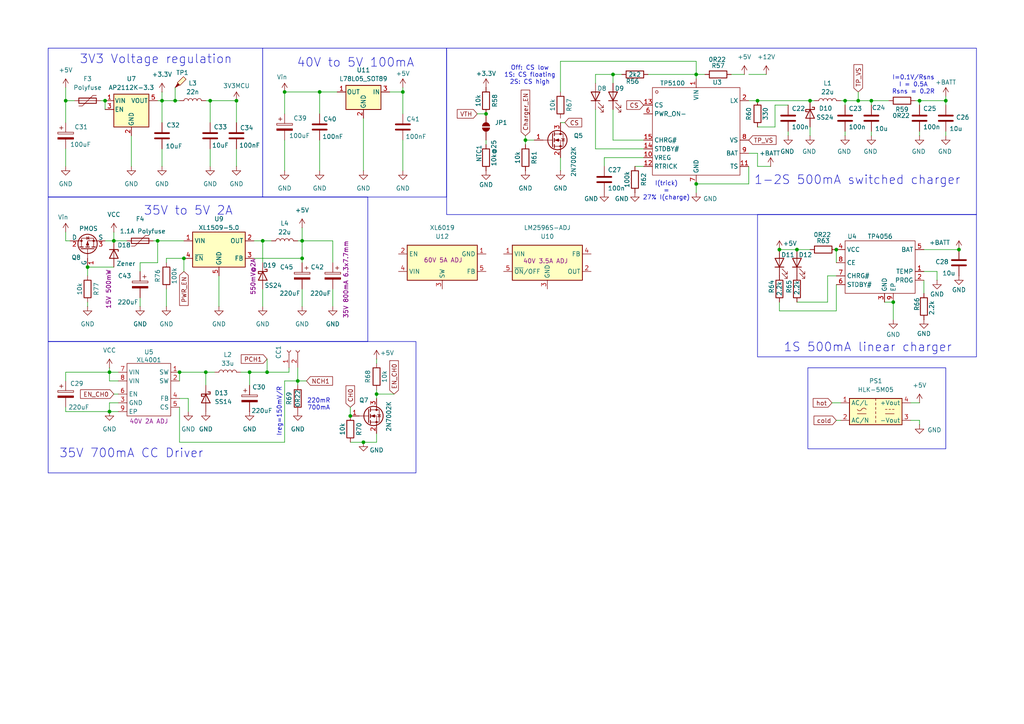
<source format=kicad_sch>
(kicad_sch (version 20231120) (generator "eeschema") (generator_version "8.0")
  (paper "A4")
  (junction (at 109.22 114.3))
  (junction (at 242.57 72.39))
  (junction (at 278.13 72.39))
  (junction (at 86.36 110.49))
  (junction (at 25.4 77.47))
  (junction (at 30.48 29.21))
  (junction (at 92.71 26.67))
  (junction (at 52.07 107.95))
  (junction (at 87.63 74.93))
  (junction (at 231.14 72.39))
  (junction (at 259.08 87.63))
  (junction (at 140.97 33.02))
  (junction (at 87.63 69.85))
  (junction (at 50.8 29.21))
  (junction (at 31.75 119.38))
  (junction (at 266.7 29.21))
  (junction (at 201.93 21.59))
  (junction (at 152.4 40.64))
  (junction (at 245.11 29.21))
  (junction (at 82.55 26.67))
  (junction (at 274.32 29.21))
  (junction (at 33.02 69.85))
  (junction (at 77.47 107.95))
  (junction (at 45.72 69.85))
  (junction (at 72.39 107.95))
  (junction (at 68.58 29.21))
  (junction (at 19.05 29.21))
  (junction (at 234.95 29.21))
  (junction (at 105.41 128.27))
  (junction (at 46.99 29.21))
  (junction (at 252.73 29.21))
  (junction (at 219.71 29.21))
  (junction (at 53.34 74.93))
  (junction (at 177.8 21.59))
  (junction (at 201.93 53.34))
  (junction (at 248.92 29.21))
  (junction (at 60.96 29.21))
  (junction (at 59.69 107.95))
  (junction (at 116.84 26.67))
  (junction (at 76.2 69.85))
  (junction (at 101.6 120.65))
  (junction (at 226.06 72.39))
  (junction (at 31.75 107.95))
  (wire (pts (xy 46.99 29.21) (xy 50.8 29.21)))
  (wire (pts (xy 96.52 76.2) (xy 96.52 69.85)))
  (wire (pts (xy 33.02 67.31) (xy 33.02 69.85)))
  (wire (pts (xy 19.05 29.21) (xy 19.05 35.56)))
  (wire (pts (xy 96.52 83.82) (xy 96.52 88.9)))
  (wire (pts (xy 140.97 40.64) (xy 140.97 41.91)))
  (wire (pts (xy 87.63 66.04) (xy 87.63 69.85)))
  (wire (pts (xy 267.97 81.28) (xy 267.97 85.09)))
  (wire (pts (xy 264.16 121.92) (xy 266.7 121.92)))
  (wire (pts (xy 109.22 125.73) (xy 109.22 128.27)))
  (wire (pts (xy 46.99 26.67) (xy 46.99 29.21)))
  (wire (pts (xy 92.71 33.02) (xy 92.71 26.67)))
  (wire (pts (xy 152.4 40.64) (xy 152.4 41.91)))
  (wire (pts (xy 40.64 86.36) (xy 40.64 88.9)))
  (wire (pts (xy 245.11 38.1) (xy 245.11 39.37)))
  (wire (pts (xy 274.32 38.1) (xy 274.32 39.37)))
  (wire (pts (xy 19.05 107.95) (xy 31.75 107.95)))
  (wire (pts (xy 264.16 116.84) (xy 266.7 116.84)))
  (wire (pts (xy 152.4 39.37) (xy 152.4 40.64)))
  (wire (pts (xy 252.73 30.48) (xy 252.73 29.21)))
  (wire (pts (xy 48.26 74.93) (xy 48.26 76.2)))
  (wire (pts (xy 68.58 29.21) (xy 68.58 35.56)))
  (wire (pts (xy 33.02 114.3) (xy 34.29 114.3)))
  (wire (pts (xy 114.3 114.3) (xy 109.22 114.3)))
  (wire (pts (xy 31.75 106.68) (xy 31.75 107.95)))
  (wire (pts (xy 266.7 38.1) (xy 266.7 39.37)))
  (wire (pts (xy 73.66 74.93) (xy 87.63 74.93)))
  (wire (pts (xy 219.71 29.21) (xy 234.95 29.21)))
  (wire (pts (xy 59.69 107.95) (xy 62.23 107.95)))
  (wire (pts (xy 19.05 110.49) (xy 19.05 107.95)))
  (wire (pts (xy 266.7 29.21) (xy 274.32 29.21)))
  (wire (pts (xy 248.92 26.67) (xy 248.92 29.21)))
  (wire (pts (xy 87.63 83.82) (xy 87.63 88.9)))
  (wire (pts (xy 86.36 106.68) (xy 86.36 110.49)))
  (wire (pts (xy 25.4 88.9) (xy 25.4 87.63)))
  (wire (pts (xy 34.29 110.49) (xy 31.75 110.49)))
  (wire (pts (xy 31.75 119.38) (xy 34.29 119.38)))
  (wire (pts (xy 30.48 29.21) (xy 30.48 31.75)))
  (wire (pts (xy 231.14 87.63) (xy 240.03 87.63)))
  (wire (pts (xy 72.39 111.76) (xy 72.39 107.95)))
  (wire (pts (xy 76.2 69.85) (xy 73.66 69.85)))
  (wire (pts (xy 162.56 17.78) (xy 201.93 17.78)))
  (wire (pts (xy 19.05 29.21) (xy 21.59 29.21)))
  (wire (pts (xy 116.84 26.67) (xy 116.84 33.02)))
  (wire (pts (xy 46.99 43.18) (xy 46.99 48.26)))
  (wire (pts (xy 31.75 107.95) (xy 31.75 110.49)))
  (wire (pts (xy 224.79 30.48) (xy 228.6 30.48)))
  (wire (pts (xy 271.78 78.74) (xy 271.78 81.28)))
  (wire (pts (xy 242.57 76.2) (xy 242.57 72.39)))
  (wire (pts (xy 212.09 21.59) (xy 215.9 21.59)))
  (wire (pts (xy 52.07 128.27) (xy 82.55 128.27)))
  (wire (pts (xy 228.6 38.1) (xy 228.6 39.37)))
  (wire (pts (xy 82.55 128.27) (xy 82.55 110.49)))
  (wire (pts (xy 92.71 49.53) (xy 92.71 40.64)))
  (wire (pts (xy 172.72 24.13) (xy 172.72 21.59)))
  (wire (pts (xy 234.95 36.83) (xy 234.95 39.37)))
  (wire (pts (xy 217.17 44.45) (xy 219.71 44.45)))
  (wire (pts (xy 245.11 29.21) (xy 245.11 30.48)))
  (wire (pts (xy 109.22 113.03) (xy 109.22 114.3)))
  (wire (pts (xy 201.93 53.34) (xy 217.17 53.34)))
  (wire (pts (xy 219.71 44.45) (xy 219.71 48.26)))
  (wire (pts (xy 77.47 104.14) (xy 77.47 107.95)))
  (wire (pts (xy 83.82 106.68) (xy 83.82 107.95)))
  (wire (pts (xy 217.17 21.59) (xy 222.25 21.59)))
  (wire (pts (xy 48.26 74.93) (xy 53.34 74.93)))
  (wire (pts (xy 224.79 36.83) (xy 224.79 30.48)))
  (wire (pts (xy 259.08 87.63) (xy 259.08 92.71)))
  (wire (pts (xy 177.8 31.75) (xy 177.8 40.64)))
  (wire (pts (xy 219.71 48.26) (xy 223.52 48.26)))
  (wire (pts (xy 52.07 115.57) (xy 54.61 115.57)))
  (wire (pts (xy 25.4 77.47) (xy 25.4 80.01)))
  (wire (pts (xy 252.73 29.21) (xy 248.92 29.21)))
  (wire (pts (xy 177.8 24.13) (xy 177.8 21.59)))
  (wire (pts (xy 76.2 69.85) (xy 78.74 69.85)))
  (wire (pts (xy 60.96 29.21) (xy 68.58 29.21)))
  (wire (pts (xy 19.05 43.18) (xy 19.05 48.26)))
  (wire (pts (xy 109.22 114.3) (xy 109.22 115.57)))
  (wire (pts (xy 257.81 29.21) (xy 252.73 29.21)))
  (wire (pts (xy 34.29 116.84) (xy 31.75 116.84)))
  (wire (pts (xy 101.6 118.11) (xy 101.6 120.65)))
  (wire (pts (xy 226.06 72.39) (xy 231.14 72.39)))
  (wire (pts (xy 82.55 33.02) (xy 82.55 26.67)))
  (wire (pts (xy 256.54 87.63) (xy 259.08 87.63)))
  (wire (pts (xy 105.41 128.27) (xy 101.6 128.27)))
  (wire (pts (xy 175.26 45.72) (xy 186.69 45.72)))
  (wire (pts (xy 274.32 30.48) (xy 274.32 29.21)))
  (wire (pts (xy 68.58 43.18) (xy 68.58 48.26)))
  (wire (pts (xy 187.96 21.59) (xy 201.93 21.59)))
  (wire (pts (xy 86.36 111.76) (xy 86.36 110.49)))
  (wire (pts (xy 72.39 107.95) (xy 69.85 107.95)))
  (wire (pts (xy 242.57 90.17) (xy 242.57 82.55)))
  (wire (pts (xy 92.71 26.67) (xy 97.79 26.67)))
  (wire (pts (xy 226.06 87.63) (xy 226.06 90.17)))
  (wire (pts (xy 204.47 21.59) (xy 201.93 21.59)))
  (wire (pts (xy 201.93 17.78) (xy 201.93 21.59)))
  (wire (pts (xy 162.56 26.67) (xy 162.56 17.78)))
  (wire (pts (xy 31.75 116.84) (xy 31.75 119.38)))
  (wire (pts (xy 82.55 26.67) (xy 92.71 26.67)))
  (wire (pts (xy 52.07 107.95) (xy 52.07 110.49)))
  (wire (pts (xy 116.84 25.4) (xy 116.84 26.67)))
  (wire (pts (xy 31.75 107.95) (xy 34.29 107.95)))
  (wire (pts (xy 19.05 67.31) (xy 19.05 69.85)))
  (wire (pts (xy 267.97 78.74) (xy 271.78 78.74)))
  (wire (pts (xy 45.72 76.2) (xy 40.64 76.2)))
  (wire (pts (xy 245.11 29.21) (xy 248.92 29.21)))
  (wire (pts (xy 82.55 110.49) (xy 86.36 110.49)))
  (wire (pts (xy 175.26 48.26) (xy 175.26 45.72)))
  (wire (pts (xy 45.72 69.85) (xy 45.72 76.2)))
  (wire (pts (xy 77.47 107.95) (xy 83.82 107.95)))
  (wire (pts (xy 19.05 119.38) (xy 31.75 119.38)))
  (wire (pts (xy 86.36 69.85) (xy 87.63 69.85)))
  (wire (pts (xy 274.32 29.21) (xy 274.32 27.94)))
  (wire (pts (xy 105.41 128.27) (xy 109.22 128.27)))
  (wire (pts (xy 226.06 90.17) (xy 242.57 90.17)))
  (wire (pts (xy 76.2 76.2) (xy 76.2 69.85)))
  (wire (pts (xy 52.07 118.11) (xy 52.07 128.27)))
  (wire (pts (xy 201.93 21.59) (xy 201.93 22.86)))
  (wire (pts (xy 19.05 118.11) (xy 19.05 119.38)))
  (wire (pts (xy 87.63 74.93) (xy 87.63 76.2)))
  (wire (pts (xy 72.39 107.95) (xy 77.47 107.95)))
  (wire (pts (xy 44.45 69.85) (xy 45.72 69.85)))
  (wire (pts (xy 38.1 39.37) (xy 38.1 48.26)))
  (wire (pts (xy 243.84 29.21) (xy 245.11 29.21)))
  (wire (pts (xy 59.69 107.95) (xy 59.69 111.76)))
  (wire (pts (xy 52.07 107.95) (xy 59.69 107.95)))
  (wire (pts (xy 186.69 43.18) (xy 172.72 43.18)))
  (wire (pts (xy 48.26 88.9) (xy 48.26 83.82)))
  (wire (pts (xy 86.36 110.49) (xy 88.9 110.49)))
  (wire (pts (xy 267.97 72.39) (xy 278.13 72.39)))
  (wire (pts (xy 266.7 123.19) (xy 266.7 121.92)))
  (wire (pts (xy 54.61 115.57) (xy 54.61 119.38)))
  (wire (pts (xy 45.72 29.21) (xy 46.99 29.21)))
  (wire (pts (xy 109.22 105.41) (xy 109.22 104.14)))
  (wire (pts (xy 87.63 74.93) (xy 87.63 69.85)))
  (wire (pts (xy 252.73 38.1) (xy 252.73 39.37)))
  (wire (pts (xy 46.99 35.56) (xy 46.99 29.21)))
  (wire (pts (xy 201.93 55.88) (xy 201.93 53.34)))
  (wire (pts (xy 234.95 29.21) (xy 236.22 29.21)))
  (wire (pts (xy 25.4 77.47) (xy 33.02 77.47)))
  (wire (pts (xy 33.02 69.85) (xy 36.83 69.85)))
  (wire (pts (xy 265.43 29.21) (xy 266.7 29.21)))
  (wire (pts (xy 113.03 26.67) (xy 116.84 26.67)))
  (wire (pts (xy 50.8 29.21) (xy 52.07 29.21)))
  (wire (pts (xy 29.21 29.21) (xy 30.48 29.21)))
  (wire (pts (xy 140.97 33.02) (xy 138.43 33.02)))
  (wire (pts (xy 116.84 49.53) (xy 116.84 40.64)))
  (wire (pts (xy 33.02 69.85) (xy 30.48 69.85)))
  (wire (pts (xy 60.96 29.21) (xy 60.96 35.56)))
  (wire (pts (xy 50.8 25.4) (xy 50.8 29.21)))
  (wire (pts (xy 219.71 36.83) (xy 224.79 36.83)))
  (wire (pts (xy 45.72 69.85) (xy 53.34 69.85)))
  (wire (pts (xy 184.15 48.26) (xy 186.69 48.26)))
  (wire (pts (xy 96.52 69.85) (xy 87.63 69.85)))
  (wire (pts (xy 231.14 72.39) (xy 234.95 72.39)))
  (wire (pts (xy 19.05 25.4) (xy 19.05 29.21)))
  (wire (pts (xy 177.8 21.59) (xy 180.34 21.59)))
  (wire (pts (xy 217.17 48.26) (xy 217.17 53.34)))
  (wire (pts (xy 172.72 21.59) (xy 177.8 21.59)))
  (wire (pts (xy 53.34 74.93) (xy 53.34 78.74)))
  (wire (pts (xy 40.64 78.74) (xy 40.64 76.2)))
  (wire (pts (xy 105.41 34.29) (xy 105.41 49.53)))
  (wire (pts (xy 163.83 35.56) (xy 162.56 35.56)))
  (wire (pts (xy 162.56 45.72) (xy 162.56 49.53)))
  (wire (pts (xy 241.3 116.84) (xy 243.84 116.84)))
  (wire (pts (xy 60.96 29.21) (xy 59.69 29.21)))
  (wire (pts (xy 240.03 80.01) (xy 242.57 80.01)))
  (wire (pts (xy 242.57 121.92) (xy 243.84 121.92)))
  (wire (pts (xy 266.7 29.21) (xy 266.7 30.48)))
  (wire (pts (xy 76.2 83.82) (xy 76.2 88.9)))
  (wire (pts (xy 240.03 87.63) (xy 240.03 80.01)))
  (wire (pts (xy 154.94 40.64) (xy 152.4 40.64)))
  (wire (pts (xy 63.5 80.01) (xy 63.5 88.9)))
  (wire (pts (xy 82.55 40.64) (xy 82.55 49.53)))
  (wire (pts (xy 177.8 40.64) (xy 186.69 40.64)))
  (wire (pts (xy 172.72 31.75) (xy 172.72 43.18)))
  (wire (pts (xy 217.17 29.21) (xy 219.71 29.21)))
  (wire (pts (xy 60.96 43.18) (xy 60.96 48.26)))
  (wire (pts (xy 19.05 69.85) (xy 20.32 69.85)))
  (rectangle (start 129.54 13.97) (end 283.21 62.23))
  (rectangle (start 76.2 13.97) (end 129.54 57.15))
  (rectangle (start 13.97 57.15) (end 106.68 99.06))
  (rectangle (start 13.97 13.97) (end 76.2 57.15))
  (rectangle (start 219.71 62.23) (end 283.21 103.505))
  (rectangle (start 234.315 106.68) (end 274.32 130.175))
  (rectangle (start 13.97 99.06) (end 120.65 137.16))
  (text "Off: CS low\n1S: CS floating\n2S: CS high" (at 153.67 21.844 0) (effects (font (size 1.27 1.27))))
  (text "I(trick)\n=\n27% I(charge)" (at 193.294 55.372 0) (effects (font (size 1.27 1.27))))
  (text "3V3 Voltage regulation" (at 45.212 17.272 0) (effects (font (size 2.54 2.54))))
  (text "1-2S 500mA switched charger" (at 248.666 52.324 0) (effects (font (size 2.54 2.54))))
  (text "35V 700mA CC Driver" (at 38.1 131.572 0) (effects (font (size 2.54 2.54))))
  (text "1S 500mA linear charger" (at 251.714 100.838 0) (effects (font (size 2.54 2.54))))
  (text "40V to 5V 100mA" (at 103.124 18.288 0) (effects (font (size 2.54 2.54))))
  (text "I=0.1V/Rsns\nI = 0.5A\nRsns = 0.2R" (at 264.922 24.638 0) (effects (font (size 1.27 1.27))))
  (text "Ireg=150mV/R" (at 81.026 119.38 90) (effects (font (size 1.27 1.27))))
  (text "35V to 5V 2A" (at 54.61 61.214 0) (effects (font (size 2.54 2.54))))
  (text "220mR\n700mA" (at 92.456 117.348 0) (effects (font (size 1.27 1.27))))
  (global_label "PWR_EN" (shape input) (at 53.34 78.74 270) (property "Intersheetrefs" "${INTERSHEET_REFS}" (effects (hide yes))))
  (global_label "EN_CH0" (shape input) (at 114.3 114.3 90) (property "Intersheetrefs" "${INTERSHEET_REFS}" (effects (hide yes))))
  (global_label "PCH1" (shape input) (at 77.47 104.14 180) (property "Intersheetrefs" "${INTERSHEET_REFS}" (effects (hide yes))))
  (global_label "TP_VS" (shape input) (at 217.17 40.64 0) (property "Intersheetrefs" "${INTERSHEET_REFS}" (effects (hide yes))))
  (global_label "cold" (shape input) (at 242.57 121.92 180) (property "Intersheetrefs" "${INTERSHEET_REFS}" (effects (hide yes))))
  (global_label "hot" (shape input) (at 241.3 116.84 180) (property "Intersheetrefs" "${INTERSHEET_REFS}" (effects (hide yes))))
  (global_label "VTH" (shape input) (at 138.43 33.02 180) (property "Intersheetrefs" "${INTERSHEET_REFS}" (effects (hide yes))))
  (global_label "CS" (shape input) (at 186.69 30.48 180) (property "Intersheetrefs" "${INTERSHEET_REFS}" (effects (hide yes))))
  (global_label "EN_CH0" (shape input) (at 33.02 114.3 180) (property "Intersheetrefs" "${INTERSHEET_REFS}" (effects (hide yes))))
  (global_label "Charger_EN" (shape input) (at 152.4 39.37 90) (property "Intersheetrefs" "${INTERSHEET_REFS}" (effects (hide yes))))
  (global_label "CS" (shape input) (at 163.83 35.56 0) (property "Intersheetrefs" "${INTERSHEET_REFS}" (effects (hide yes))))
  (global_label "NCH1" (shape input) (at 88.9 110.49 0) (property "Intersheetrefs" "${INTERSHEET_REFS}" (effects (hide yes))))
  (global_label "TP_VS" (shape input) (at 248.92 26.67 90) (property "Intersheetrefs" "${INTERSHEET_REFS}" (effects (hide yes))))
  (global_label "CH0" (shape input) (at 101.6 118.11 90) (property "Intersheetrefs" "${INTERSHEET_REFS}" (effects (hide yes))))
  (symbol (lib_id "power:GND") (at 59.69 119.38 0) (unit 1)
    (property "Reference" "#PWR35" (effects (hide yes)))
    (property "Value" "GND" (at 59.69 124.46 0))
    (property "Description" "Power symbol creates a global label with name \"GND\" , ground" (effects (hide yes)))
  )
  (symbol (lib_id "Converter_ACDC:HLK-5M05") (at 254 119.38 0) (unit 1)
    (property "Reference" "PS1" (at 254 110.49 0))
    (property "Value" "HLK-5M05" (at 254 113.03 0))
    (property "Footprint" "Converter_ACDC:Converter_ACDC_Hi-Link_HLK-5Mxx" (effects (hide yes)))
    (property "Datasheet" "http://h.hlktech.com/download/ACDC%E7%94%B5%E6%BA%90%E6%A8%A1%E5%9D%975W%E7%B3%BB%E5%88%97/1/%E6%B5%B7%E5%87%8C%E7%A7%915W%E7%B3%BB%E5%88%97%E7%94%B5%E6%BA%90%E6%A8%A1%E5%9D%97%E8%A7%84%E6%A0%BC%E4%B9%A6V2.8.pdf" (effects (hide yes)))
    (property "Description" "Compact AC/DC board mount power module 5W, 5V 1A" (effects (hide yes)))
  )
  (symbol (lib_id "power:GND") (at 96.52 88.9 0) (unit 1)
    (property "Reference" "#PWR72" (effects (hide yes)))
    (property "Value" "GND" (at 96.52 93.98 0))
    (property "Description" "Power symbol creates a global label with name \"GND\" , ground" (effects (hide yes)))
  )
  (symbol (lib_id "Device:LED") (at 177.8 27.94 90) (unit 1)
    (property "Reference" "D9" (at 178.308 25.654 90) (effects (justify right)))
    (property "Value" "LED_RED" (effects (hide yes)))
    (property "Footprint" "LED_SMD:LED_0805_2012Metric_Pad1.15x1.40mm_HandSolder" (effects (hide yes)))
    (property "Description" "Light emitting diode" (effects (hide yes)))
    (property "LCSC" "C84256" (effects (hide yes)))
  )
  (symbol (lib_id "Device:R") (at 25.4 83.82 0) (unit 1)
    (property "Reference" "R77" (at 27.94 83.82 90))
    (property "Value" "10k" (at 23.114 83.82 90))
    (property "Footprint" "Resistor_SMD:R_0402_1005Metric" (effects (hide yes)))
    (property "Description" "Resistor" (effects (hide yes)))
    (property "LCSC" "C60490" (effects (hide yes)))
  )
  (symbol (lib_id "power:+BATT") (at 278.13 72.39 0) (unit 1)
    (property "Reference" "#PWR26" (effects (hide yes)))
    (property "Value" "+BATT" (at 272.542 70.358 0))
    (property "Description" "Power symbol creates a global label with name \"+BATT\"" (effects (hide yes)))
  )
  (symbol (lib_id "Device:Polyfuse") (at 25.4 29.21 90) (unit 1)
    (property "Reference" "F3" (at 25.4 22.86 90))
    (property "Value" "Polyfuse" (at 25.4 25.4 90))
    (property "Footprint" "Fuse:Fuse_1206_3216Metric_Pad1.42x1.75mm_HandSolder" (effects (hide yes)))
    (property "Description" "Polymeric PTC Resettable Fuse 30V 200mA Surface Mount 0805" (effects (hide yes)))
    (property "LCSC" "C516070" (effects (hide yes)))
    (property "Observations" "30V 200mA" (effects (hide yes)))
  )
  (symbol (lib_id "power:GND") (at 40.64 88.9 0) (unit 1)
    (property "Reference" "#PWR66" (effects (hide yes)))
    (property "Value" "GND" (at 40.64 93.98 0))
    (property "Description" "Power symbol creates a global label with name \"GND\" , ground" (effects (hide yes)))
  )
  (symbol (lib_id "Device:R") (at 184.15 52.07 0) (unit 1)
    (property "Reference" "R62" (at 186.69 52.07 90))
    (property "Value" "100k" (at 181.864 52.07 90))
    (property "Footprint" "Resistor_SMD:R_0402_1005Metric" (effects (hide yes)))
    (property "Description" "Resistor" (effects (hide yes)))
    (property "LCSC" "C60491" (effects (hide yes)))
  )
  (symbol (lib_id "Device:C_Polarized") (at 19.05 39.37 0) (unit 1)
    (property "Reference" "C31" (at 21.59 36.83 0) (effects (justify left)))
    (property "Value" "100uF" (at 20.32 41.91 0) (effects (justify left)))
    (property "Footprint" "Capacitor_SMD:CP_Elec_6.3x7.7" (effects (hide yes)))
    (property "Datasheet" "https://www.lcsc.com/datasheet/lcsc_datasheet_2303231030_Honor-Elec-HG1V107M5509PC_C5438847.pdf" (effects (hide yes)))
    (property "Description" "-55℃~+105℃ 160mΩ 2000hrs@105℃ 220uF 25V 6.3mm 600mA 7.7mm ±20% SMD,D6.3xL7.7mm Aluminum Electrolytic Capacitors - SMD ROHS" (effects (hide yes)))
    (property "LCSC" "C88744" (effects (hide yes)))
    (property "Manufacturer " "Rubycon" (effects (hide yes)))
    (property "Mfr. Part Number" "35TZV100M6.3X8" (effects (hide yes)))
    (property "Observations" "35V 300mA 6.3x7.7mm" (effects (hide yes)))
  )
  (symbol (lib_id "power:GND") (at 278.13 80.01 0) (unit 1)
    (property "Reference" "#PWR27" (effects (hide yes)))
    (property "Value" "GND" (at 278.13 84.074 0))
    (property "Description" "Power symbol creates a global label with name \"GND\" , ground" (effects (hide yes)))
  )
  (symbol (lib_id "Device:C") (at 46.99 39.37 0) (unit 1)
    (property "Reference" "C32" (at 48.26 36.322 0) (effects (justify left)))
    (property "Value" "10uF" (at 48.006 42.418 0) (effects (justify left)))
    (property "Footprint" "Capacitor_SMD:C_0805_2012Metric" (effects (hide yes)))
    (property "Datasheet" "https://www.lcsc.com/datasheet/C15850.pdf" (effects (hide yes)))
    (property "Description" "10uF 25V X5R ±10% 0805 Multilayer Ceramic Capacitors MLCC - SMD/SMT ROHS" (effects (hide yes)))
    (property "LCSC" "C15850" (effects (hide yes)))
    (property "Manufacturer " "Samsung Electro-Mechanics" (effects (hide yes)))
    (property "Mfr. Part Number" "CL21A106KAYNNNE" (effects (hide yes)))
    (property "Observations" "Accepts other suppliers" (effects (hide yes)))
  )
  (symbol (lib_id "Regulator_Linear:L78L05_SOT89") (at 105.41 26.67 0) (mirror y) (unit 1)
    (property "Reference" "U11" (at 105.41 20.32 0))
    (property "Value" "L78L05_SOT89" (at 105.41 22.86 0))
    (property "Footprint" "Package_TO_SOT_SMD:SOT-89-3" (effects (hide yes)))
    (property "Datasheet" "http://www.st.com/content/ccc/resource/technical/document/datasheet/15/55/e5/aa/23/5b/43/fd/CD00000446.pdf/files/CD00000446.pdf/jcr:content/translations/en.CD00000446.pdf" (effects (hide yes)))
    (property "Description" "30V Positive Fixed 5V SOT-89-3 Voltage Regulators - Linear, Low Drop Out (LDO) Regulators RoHS" (effects (hide yes)))
    (property "LCSC" "C42738" (effects (hide yes)))
    (property "Manufacturer " "ST" (effects (hide yes)))
    (property "Mfr. Part Number" "L78L05ABUTR" (effects (hide yes)))
    (property "Observations" "Accepts other suppliers" (effects (hide yes)))
  )
  (symbol (lib_id "Device:C_Polarized") (at 82.55 36.83 0) (unit 1)
    (property "Reference" "C39" (at 85.09 34.29 0) (effects (justify left)))
    (property "Value" "100uF" (at 83.82 39.37 0) (effects (justify left)))
    (property "Footprint" "Capacitor_SMD:CP_Elec_6.3x7.7" (effects (hide yes)))
    (property "Datasheet" "https://www.lcsc.com/datasheet/lcsc_datasheet_2303231030_Honor-Elec-HG1V107M5509PC_C5438847.pdf" (effects (hide yes)))
    (property "Description" "-55℃~+105℃ 160mΩ 2000hrs@105℃ 220uF 25V 6.3mm 600mA 7.7mm ±20% SMD,D6.3xL7.7mm Aluminum Electrolytic Capacitors - SMD ROHS" (effects (hide yes)))
    (property "LCSC" "C88744" (effects (hide yes)))
    (property "Manufacturer " "Rubycon" (effects (hide yes)))
    (property "Mfr. Part Number" "35TZV100M6.3X8" (effects (hide yes)))
    (property "Observations" "35V 300mA 6.3x7.7mm" (effects (hide yes)))
  )
  (symbol (lib_id "Device:R") (at 48.26 80.01 180) (unit 1)
    (property "Reference" "R76" (at 45.72 80.01 90))
    (property "Value" "100k" (at 50.546 80.01 90))
    (property "Footprint" "Resistor_SMD:R_0402_1005Metric" (effects (hide yes)))
    (property "Description" "Resistor" (effects (hide yes)))
    (property "LCSC" "C60491" (effects (hide yes)))
  )
  (symbol (lib_id "Device:C") (at 60.96 39.37 0) (unit 1)
    (property "Reference" "C33" (at 61.976 36.83 0) (effects (justify left)))
    (property "Value" "10uF" (at 61.468 42.164 0) (effects (justify left)))
    (property "Footprint" "Capacitor_SMD:C_0805_2012Metric" (effects (hide yes)))
    (property "Datasheet" "https://www.lcsc.com/datasheet/C15850.pdf" (effects (hide yes)))
    (property "Description" "10uF 25V X5R ±10% 0805 Multilayer Ceramic Capacitors MLCC - SMD/SMT ROHS" (effects (hide yes)))
    (property "LCSC" "C15850" (effects (hide yes)))
    (property "Manufacturer " "Samsung Electro-Mechanics" (effects (hide yes)))
    (property "Mfr. Part Number" "CL21A106KAYNNNE" (effects (hide yes)))
    (property "Observations" "Accepts other suppliers" (effects (hide yes)))
  )
  (symbol (lib_id "Device:C") (at 274.32 34.29 0) (mirror y) (unit 1)
    (property "Reference" "C26" (at 281.178 34.036 0) (effects (justify left)))
    (property "Value" "10u" (at 279.146 37.338 0) (effects (justify left)))
    (property "Footprint" "Capacitor_SMD:C_0805_2012Metric" (effects (hide yes)))
    (property "Description" "Unpolarized capacitor" (effects (hide yes)))
    (property "LCSC" "C162422" (effects (hide yes)))
  )
  (symbol (lib_id "Regulator_Switching:XL1509-5.0") (at 63.5 72.39 0) (unit 1)
    (property "Reference" "U9" (at 63.5 63.5 0))
    (property "Value" "XL1509-5.0" (at 63.5 66.04 0))
    (property "Footprint" "Package_SO:SOIC-8_3.9x4.9mm_P1.27mm" (effects (hide yes)))
    (property "Datasheet" "https://datasheet.lcsc.com/lcsc/1809050422_XLSEMI-XL1509-5-0E1_C61063.pdf" (effects (hide yes)))
    (property "Description" "Buck DC/DC Converter, 2A, 5V Output Voltage, 7-40V Input Voltage" (effects (hide yes)))
    (property "LCSC" "C41364882" (effects (hide yes)))
  )
  (symbol (lib_id "power:GND") (at 271.78 81.28 0) (unit 1)
    (property "Reference" "#PWR28" (effects (hide yes)))
    (property "Value" "GND" (at 271.78 85.344 0))
    (property "Description" "Power symbol creates a global label with name \"GND\" , ground" (effects (hide yes)))
  )
  (symbol (lib_id "Connector:Conn_01x02_Socket") (at 83.82 101.6 90) (unit 1)
    (property "Reference" "CC1" (at 80.772 104.14 0) (effects (justify left)))
    (property "Value" "Conn_01x02_Socket" (effects (hide yes)))
    (property "Footprint" "Connector_Molex:Molex_KK-254_AE-6410-02A_1x02_P2.54mm_Vertical" (effects (hide yes)))
    (property "Description" "Generic connector, single row, 01x02, script generated" (effects (hide yes)))
    (property "LCSC" "C49023803" (effects (hide yes)))
  )
  (symbol (lib_id "power:GND") (at 86.36 119.38 0) (unit 1)
    (property "Reference" "#PWR37" (effects (hide yes)))
    (property "Value" "GND" (at 86.36 124.46 0))
    (property "Description" "Power symbol creates a global label with name \"GND\" , ground" (effects (hide yes)))
  )
  (symbol (lib_id "Device:R") (at 261.62 29.21 90) (mirror x) (unit 1)
    (property "Reference" "R59" (at 261.62 31.75 90))
    (property "Value" "0R22" (at 261.366 33.528 90))
    (property "Footprint" "Resistor_SMD:R_2010_5025Metric" (effects (hide yes)))
    (property "Description" "Resistor" (effects (hide yes)))
    (property "LCSC" "C2999625" (effects (hide yes)))
  )
  (symbol (lib_id "power:+5V") (at 19.05 25.4 0) (unit 1)
    (property "Reference" "#PWR44" (effects (hide yes)))
    (property "Value" "+5V" (at 19.05 20.32 0))
    (property "Description" "Power symbol creates a global label with name \"+5V\"" (effects (hide yes)))
  )
  (symbol (lib_id "Device:C") (at 68.58 39.37 0) (unit 1)
    (property "Reference" "C34" (at 69.596 37.084 0) (effects (justify left)))
    (property "Value" "100nF" (at 69.342 42.164 0) (effects (justify left)))
    (property "Footprint" "Capacitor_SMD:C_0805_2012Metric" (effects (hide yes)))
    (property "Datasheet" "https://www.lcsc.com/datasheet/lcsc_datasheet_2304140030_YAGEO-CC0805KRX7R9BB104_C49678.pdf" (effects (hide yes)))
    (property "Description" "50V 100nF X7R ±10% 0805 Multilayer Ceramic Capacitors MLCC - SMD/SMT ROHS" (effects (hide yes)))
    (property "LCSC" "C49678" (effects (hide yes)))
    (property "Manufacturer " "YAGEO" (effects (hide yes)))
    (property "Mfr. Part Number" "CC0805KRX7R9BB104" (effects (hide yes)))
    (property "Observations" "Accepts other suppliers" (effects (hide yes)))
  )
  (symbol (lib_id "power:+BATT") (at 274.32 27.94 0) (unit 1)
    (property "Reference" "#PWR11" (effects (hide yes)))
    (property "Value" "+BATT" (at 274.32 23.876 0))
    (property "Description" "Power symbol creates a global label with name \"+BATT\"" (effects (hide yes)))
  )
  (symbol (lib_id "power:GND") (at 201.93 55.88 0) (unit 1)
    (property "Reference" "#PWR24" (effects (hide yes)))
    (property "Value" "GND" (at 205.994 57.658 0))
    (property "Description" "Power symbol creates a global label with name \"GND\" , ground" (effects (hide yes)))
  )
  (symbol (lib_id "power:GND") (at 76.2 88.9 0) (unit 1)
    (property "Reference" "#PWR69" (effects (hide yes)))
    (property "Value" "GND" (at 76.2 93.98 0))
    (property "Description" "Power symbol creates a global label with name \"GND\" , ground" (effects (hide yes)))
  )
  (symbol (lib_id "power:+5V") (at 226.06 72.39 0) (unit 1)
    (property "Reference" "#PWR25" (effects (hide yes)))
    (property "Value" "+5V" (at 229.108 70.612 0))
    (property "Description" "Power symbol creates a global label with name \"+5V\"" (effects (hide yes)))
  )
  (symbol (lib_id "1_Library_GF:XL6019") (at 128.27 76.2 0) (mirror x) (unit 1)
    (property "Reference" "U12" (at 128.27 68.58 0))
    (property "Value" "XL6019" (at 128.27 66.04 0))
    (property "Footprint" "Package_TO_SOT_SMD:TO-263-5_TabPin3" (effects (hide yes)))
    (property "Datasheet" "https://www.lcsc.com/datasheet/lcsc_datasheet_2409272332_XLSEMI-XL6019E1_C73018.pdf" (effects (hide yes)))
    (property "Description" "Boost type 60V 5V~40V 5A TO-263-5 DC-DC Converters ROHS" (effects (hide yes)))
    (property "LCSC" "C73018" (effects (hide yes)))
    (property "Manufacturer " "XLSEMI" (effects (hide yes)))
    (property "Mfr. Part Number" "XL6019E1" (effects (hide yes)))
    (property "Observations" "60V 5A ADJ" (at 128.524 75.438 0))
  )
  (symbol (lib_id "Device:LED") (at 231.14 76.2 90) (unit 1)
    (property "Reference" "D12" (at 231.648 73.914 90) (effects (justify right)))
    (property "Value" "LED_RED" (effects (hide yes)))
    (property "Footprint" "LED_SMD:LED_0805_2012Metric_Pad1.15x1.40mm_HandSolder" (effects (hide yes)))
    (property "Description" "Light emitting diode" (effects (hide yes)))
    (property "LCSC" "C84256" (effects (hide yes)))
  )
  (symbol (lib_id "power:+5V") (at 116.84 25.4 0) (unit 1)
    (property "Reference" "#PWR60" (effects (hide yes)))
    (property "Value" "+5V" (at 116.84 21.336 0))
    (property "Description" "Power symbol creates a global label with name \"+5V\"" (effects (hide yes)))
  )
  (symbol (lib_id "Device:C_Polarized") (at 40.64 82.55 0) (mirror y) (unit 1)
    (property "Reference" "C43" (at 38.1 80.01 0) (effects (justify left)))
    (property "Value" "220uF" (at 40.132 87.63 0) (effects (justify left)))
    (property "Footprint" "Capacitor_SMD:CP_Elec_6.3x7.7" (effects (hide yes)))
    (property "Datasheet" "https://www.lcsc.com/datasheet/lcsc_datasheet_2303231030_Honor-Elec-HG1V107M5509PC_C5438847.pdf" (effects (hide yes)))
    (property "Description" "-55℃~+105℃ 10.5mm 2000hrs@105℃ 220uF 35V 80mΩ@100kHz 850mA@100kHz 8mm ±20% SMD,D8xL10.5mm Aluminum Electrolytic Capacitors - SMD ROHS" (effects (hide yes)))
    (property "LCSC" "C2162971" (effects (hide yes)))
    (property "Manufacturer " "Rubycon" (effects (hide yes)))
    (property "Mfr. Part Number" "35TKV220M8X10.5" (effects (hide yes)))
    (property "Observations" "35V 800mA 6.3x7.7mm" (effects (hide yes)))
  )
  (symbol (lib_id "power:GND") (at 252.73 39.37 0) (unit 1)
    (property "Reference" "#PWR15" (effects (hide yes)))
    (property "Value" "GND" (at 252.476 43.942 0))
    (property "Description" "Power symbol creates a global label with name \"GND\" , ground" (effects (hide yes)))
  )
  (symbol (lib_id "Device:C_Polarized") (at 19.05 114.3 0) (unit 1)
    (property "Reference" "C29" (at 20.32 111.252 0) (effects (justify left)))
    (property "Value" "220uF" (at 19.812 118.11 0) (effects (justify left)))
    (property "Footprint" "Capacitor_SMD:CP_Elec_6.3x7.7" (effects (hide yes)))
    (property "Datasheet" "https://www.lcsc.com/datasheet/lcsc_datasheet_2303231030_Honor-Elec-HG1V107M5509PC_C5438847.pdf" (effects (hide yes)))
    (property "Description" "-55℃~+105℃ 10.5mm 2000hrs@105℃ 220uF 35V 80mΩ@100kHz 850mA@100kHz 8mm ±20% SMD,D8xL10.5mm Aluminum Electrolytic Capacitors - SMD ROHS" (effects (hide yes)))
    (property "LCSC" "C2162971" (effects (hide yes)))
    (property "Manufacturer " "Rubycon" (effects (hide yes)))
    (property "Mfr. Part Number" "35TKV220M8X10.5" (effects (hide yes)))
    (property "Observations" "35V 800mA 6.3x7.7mm" (effects (hide yes)))
  )
  (symbol (lib_id "Device:C_Polarized") (at 72.39 115.57 0) (unit 1)
    (property "Reference" "C30" (at 73.152 112.268 0) (effects (justify left)))
    (property "Value" "220uF" (at 72.898 119.126 0) (effects (justify left)))
    (property "Footprint" "Capacitor_SMD:CP_Elec_6.3x7.7" (effects (hide yes)))
    (property "Datasheet" "https://www.lcsc.com/datasheet/lcsc_datasheet_2303231030_Honor-Elec-HG1V107M5509PC_C5438847.pdf" (effects (hide yes)))
    (property "Description" "-55℃~+105℃ 10.5mm 2000hrs@105℃ 220uF 35V 80mΩ@100kHz 850mA@100kHz 8mm ±20% SMD,D8xL10.5mm Aluminum Electrolytic Capacitors - SMD ROHS" (effects (hide yes)))
    (property "LCSC" "C2162971" (effects (hide yes)))
    (property "Manufacturer " "Rubycon" (effects (hide yes)))
    (property "Mfr. Part Number" "35TKV220M8X10.5" (effects (hide yes)))
    (property "Observations" "35V 800mA 6.3x7.7mm" (effects (hide yes)))
  )
  (symbol (lib_id "power:GND") (at 46.99 48.26 0) (unit 1)
    (property "Reference" "#PWR49" (effects (hide yes)))
    (property "Value" "GND" (at 46.99 53.34 0))
    (property "Description" "Power symbol creates a global label with name \"GND\" , ground" (effects (hide yes)))
  )
  (symbol (lib_id "power:GND") (at 72.39 119.38 0) (unit 1)
    (property "Reference" "#PWR36" (effects (hide yes)))
    (property "Value" "GND" (at 72.39 124.46 0))
    (property "Description" "Power symbol creates a global label with name \"GND\" , ground" (effects (hide yes)))
  )
  (symbol (lib_id "Device:R") (at 162.56 30.48 0) (unit 1)
    (property "Reference" "R67" (at 165.1 30.48 90))
    (property "Value" "10k" (at 160.274 30.48 90))
    (property "Footprint" "Resistor_SMD:R_0402_1005Metric" (effects (hide yes)))
    (property "Description" "Resistor" (effects (hide yes)))
    (property "LCSC" "C60490" (effects (hide yes)))
  )
  (symbol (lib_id "Device:C") (at 245.11 34.29 0) (unit 1)
    (property "Reference" "C23" (at 246.126 31.496 0) (effects (justify left)))
    (property "Value" "100n" (at 246.126 36.83 0) (effects (justify left)))
    (property "Footprint" "Capacitor_SMD:C_0402_1005Metric" (effects (hide yes)))
    (property "Description" "Unpolarized capacitor" (effects (hide yes)))
    (property "LCSC" "C1525" (effects (hide yes)))
  )
  (symbol (lib_id "Jumper:SolderJumper_2_Open") (at 140.97 36.83 90) (unit 1) (exclude_from_sim yes) (in_bom no)
    (property "Reference" "JP1" (at 143.51 35.5599 90) (effects (justify right)))
    (property "Value" "SolderJumper_2_Open" (effects (hide yes)))
    (property "Footprint" "Jumper:SolderJumper-2_P1.3mm_Open_RoundedPad1.0x1.5mm" (effects (hide yes)))
    (property "Description" "Solder Jumper, 2-pole, open" (effects (hide yes)))
  )
  (symbol (lib_id "Device:R") (at 101.6 124.46 0) (unit 1)
    (property "Reference" "R70" (at 104.14 124.46 90))
    (property "Value" "10k" (at 99.314 124.46 90))
    (property "Footprint" "Resistor_SMD:R_0805_2012Metric" (effects (hide yes)))
    (property "Description" "Resistor" (effects (hide yes)))
    (property "LCSC" "C17414" (effects (hide yes)))
  )
  (symbol (lib_id "power:+BATT") (at 82.55 26.67 0) (unit 1)
    (property "Reference" "#PWR71" (effects (hide yes)))
    (property "Value" "Vin" (at 80.264 22.352 0) (effects (justify left)))
    (property "Description" "Power symbol creates a global label with name \"+BATT\"" (effects (hide yes)))
  )
  (symbol (lib_id "power:GND") (at 19.05 48.26 0) (unit 1)
    (property "Reference" "#PWR47" (effects (hide yes)))
    (property "Value" "GND" (at 19.05 53.34 0))
    (property "Description" "Power symbol creates a global label with name \"GND\" , ground" (effects (hide yes)))
  )
  (symbol (lib_id "power:GND") (at 266.7 39.37 0) (unit 1)
    (property "Reference" "#PWR16" (effects (hide yes)))
    (property "Value" "GND" (at 266.446 43.942 0))
    (property "Description" "Power symbol creates a global label with name \"GND\" , ground" (effects (hide yes)))
  )
  (symbol (lib_id "Device:R") (at 152.4 45.72 0) (unit 1)
    (property "Reference" "R61" (at 154.94 45.72 90))
    (property "Value" "10k" (at 150.114 45.72 90))
    (property "Footprint" "Resistor_SMD:R_0402_1005Metric" (effects (hide yes)))
    (property "Description" "Resistor" (effects (hide yes)))
    (property "LCSC" "C60490" (effects (hide yes)))
  )
  (symbol (lib_id "power:GND") (at 105.41 49.53 0) (unit 1)
    (property "Reference" "#PWR108" (effects (hide yes)))
    (property "Value" "GND" (at 105.41 54.61 0))
    (property "Description" "Power symbol creates a global label with name \"GND\" , ground" (effects (hide yes)))
  )
  (symbol (lib_id "Device:R") (at 184.15 21.59 270) (unit 1)
    (property "Reference" "R56" (at 185.42 23.622 90) (effects (justify right)))
    (property "Value" "2k2" (at 185.928 21.59 90) (effects (justify right)))
    (property "Footprint" "Resistor_SMD:R_0402_1005Metric" (effects (hide yes)))
    (property "Description" "Resistor" (effects (hide yes)))
    (property "LCSC" "C25879" (effects (hide yes)))
  )
  (symbol (lib_id "power:GND") (at 266.7 123.19 0) (unit 1)
    (property "Reference" "#PWR111" (effects (hide yes)))
    (property "Value" "GND" (at 271.018 124.714 0))
    (property "Description" "Power symbol creates a global label with name \"GND\" , ground" (effects (hide yes)))
  )
  (symbol (lib_id "power:GND") (at 54.61 119.38 0) (unit 1)
    (property "Reference" "#PWR34" (effects (hide yes)))
    (property "Value" "GND" (at 54.61 124.46 0))
    (property "Description" "Power symbol creates a global label with name \"GND\" , ground" (effects (hide yes)))
  )
  (symbol (lib_id "power:GND") (at 152.4 49.53 0) (unit 1)
    (property "Reference" "#PWR18" (effects (hide yes)))
    (property "Value" "GND" (at 152.4 54.61 0))
    (property "Description" "Power symbol creates a global label with name \"GND\" , ground" (effects (hide yes)))
  )
  (symbol (lib_id "Device:R") (at 109.22 109.22 180) (unit 1)
    (property "Reference" "R68" (at 106.68 109.22 90))
    (property "Value" "10k" (at 111.506 109.22 90))
    (property "Footprint" "Resistor_SMD:R_0805_2012Metric" (effects (hide yes)))
    (property "Description" "Resistor" (effects (hide yes)))
    (property "LCSC" "C17414" (effects (hide yes)))
  )
  (symbol (lib_id "power:GND") (at 82.55 49.53 0) (unit 1)
    (property "Reference" "#PWR61" (effects (hide yes)))
    (property "Value" "GND" (at 82.55 54.61 0))
    (property "Description" "Power symbol creates a global label with name \"GND\" , ground" (effects (hide yes)))
  )
  (symbol (lib_id "power:GND") (at 48.26 88.9 0) (mirror y) (unit 1)
    (property "Reference" "#PWR67" (effects (hide yes)))
    (property "Value" "GND" (at 48.26 93.98 0))
    (property "Description" "Power symbol creates a global label with name \"GND\" , ground" (effects (hide yes)))
  )
  (symbol (lib_id "Device:C") (at 175.26 52.07 0) (unit 1)
    (property "Reference" "C27" (at 176.276 49.276 0) (effects (justify left)))
    (property "Value" "100n" (at 176.276 54.61 0) (effects (justify left)))
    (property "Footprint" "Capacitor_SMD:C_0402_1005Metric" (effects (hide yes)))
    (property "Description" "Unpolarized capacitor" (effects (hide yes)))
    (property "LCSC" "C1525" (effects (hide yes)))
  )
  (symbol (lib_id "power:+BATT") (at 223.52 48.26 0) (unit 1)
    (property "Reference" "#PWR20" (effects (hide yes)))
    (property "Value" "+BATT" (at 223.266 44.45 0))
    (property "Description" "Power symbol creates a global label with name \"+BATT\"" (effects (hide yes)))
  )
  (symbol (lib_id "Device:C") (at 266.7 34.29 0) (unit 1)
    (property "Reference" "C25" (at 267.716 31.496 0) (effects (justify left)))
    (property "Value" "100n" (at 267.716 36.83 0) (effects (justify left)))
    (property "Footprint" "Capacitor_SMD:C_0402_1005Metric" (effects (hide yes)))
    (property "Description" "Unpolarized capacitor" (effects (hide yes)))
    (property "LCSC" "C1525" (effects (hide yes)))
  )
  (symbol (lib_id "power:GND") (at 234.95 39.37 0) (unit 1)
    (property "Reference" "#PWR13" (effects (hide yes)))
    (property "Value" "GND" (at 234.696 43.942 0))
    (property "Description" "Power symbol creates a global label with name \"GND\" , ground" (effects (hide yes)))
  )
  (symbol (lib_id "Diode:SS14") (at 59.69 115.57 270) (unit 1)
    (property "Reference" "D13" (at 62.23 113.9824 90) (effects (justify left)))
    (property "Value" "SS14" (at 62.23 116.5224 90) (effects (justify left)))
    (property "Footprint" "Diode_SMD:D_SMA" (effects (hide yes)))
    (property "Datasheet" "https://www.vishay.com/docs/88746/ss12.pdf" (effects (hide yes)))
    (property "Description" "40V 1A Schottky Diode, SMA" (effects (hide yes)))
    (property "LCSC" "C2909920" (effects (hide yes)))
  )
  (symbol (lib_id "power:GND") (at 116.84 49.53 0) (unit 1)
    (property "Reference" "#PWR107" (effects (hide yes)))
    (property "Value" "GND" (at 116.84 54.61 0))
    (property "Description" "Power symbol creates a global label with name \"GND\" , ground" (effects (hide yes)))
  )
  (symbol (lib_id "Transistor_FET:2N7002K") (at 106.68 120.65 0) (unit 1)
    (property "Reference" "Q7" (at 104.14 116.078 0) (effects (justify left)))
    (property "Value" "2N7002K" (at 112.776 125.222 90) (effects (justify left)))
    (property "Footprint" "Package_TO_SOT_SMD:SOT-23" (effects (hide yes)))
    (property "Datasheet" "https://www.diodes.com/assets/Datasheets/ds30896.pdf" (effects (hide yes)))
    (property "Description" "0.38A Id, 60V Vds, N-Channel MOSFET, SOT-23" (effects (hide yes)))
    (property "LCSC" "C65189" (effects (hide yes)))
  )
  (symbol (lib_id "Device:R") (at 231.14 83.82 180) (unit 1)
    (property "Reference" "R65" (at 228.854 85.09 90) (effects (justify right)))
    (property "Value" "2.2k" (at 231.14 85.598 90) (effects (justify right)))
    (property "Footprint" "Resistor_SMD:R_0805_2012Metric" (effects (hide yes)))
    (property "Description" "Resistor" (effects (hide yes)))
    (property "LCSC" "C17520" (effects (hide yes)))
  )
  (symbol (lib_id "Device:R") (at 140.97 45.72 180) (unit 1)
    (property "Reference" "NTC1" (at 138.938 46.99 90) (effects (justify right)))
    (property "Value" "10k@25" (at 143.256 48.26 90) (effects (justify right)))
    (property "Footprint" "Connector_PinHeader_1.27mm:PinHeader_1x02_P1.27mm_Vertical" (effects (hide yes)))
    (property "Description" "Resistor" (effects (hide yes)))
  )
  (symbol (lib_id "Device:R") (at 238.76 72.39 90) (unit 1)
    (property "Reference" "R63" (at 238.76 69.85 90))
    (property "Value" "0R22" (at 238.506 68.072 90))
    (property "Footprint" "Resistor_SMD:R_2010_5025Metric" (effects (hide yes)))
    (property "Description" "Resistor" (effects (hide yes)))
    (property "LCSC" "C2999625" (effects (hide yes)))
  )
  (symbol (lib_id "power:GND") (at 68.58 48.26 0) (unit 1)
    (property "Reference" "#PWR51" (effects (hide yes)))
    (property "Value" "GND" (at 68.58 53.34 0))
    (property "Description" "Power symbol creates a global label with name \"GND\" , ground" (effects (hide yes)))
  )
  (symbol (lib_id "power:GND") (at 140.97 49.53 0) (unit 1)
    (property "Reference" "#PWR21" (effects (hide yes)))
    (property "Value" "GND" (at 140.97 53.594 0))
    (property "Description" "Power symbol creates a global label with name \"GND\" , ground" (effects (hide yes)))
  )
  (symbol (lib_id "power:+BATT") (at 19.05 67.31 0) (unit 1)
    (property "Reference" "#PWR63" (effects (hide yes)))
    (property "Value" "Vin" (at 16.764 62.992 0) (effects (justify left)))
    (property "Description" "Power symbol creates a global label with name \"+BATT\"" (effects (hide yes)))
  )
  (symbol (lib_id "Device:LED") (at 172.72 27.94 90) (unit 1)
    (property "Reference" "D8" (at 173.228 25.654 90) (effects (justify right)))
    (property "Value" "LED_BLUE" (effects (hide yes)))
    (property "Footprint" "LED_SMD:LED_0805_2012Metric_Pad1.15x1.40mm_HandSolder" (effects (hide yes)))
    (property "Description" "Light emitting diode" (effects (hide yes)))
    (property "LCSC" "C965817" (effects (hide yes)))
  )
  (symbol (lib_id "Connector:TestPoint_Probe") (at 50.8 25.4 0) (unit 1) (in_bom no)
    (property "Reference" "TP1" (at 51.054 21.082 0) (effects (justify left)))
    (property "Value" "TestPoint_Probe" (effects (hide yes)))
    (property "Footprint" "TestPoint:TestPoint_Pad_D1.0mm" (effects (hide yes)))
    (property "Description" "test point (alternative probe-style design)" (effects (hide yes)))
    (property "LCSC" "-" (effects (hide yes)))
  )
  (symbol (lib_id "power:GND") (at 175.26 55.88 0) (unit 1)
    (property "Reference" "#PWR22" (effects (hide yes)))
    (property "Value" "GND" (at 171.45 57.658 0))
    (property "Description" "Power symbol creates a global label with name \"GND\" , ground" (effects (hide yes)))
  )
  (symbol (lib_id "power:VCC") (at 33.02 67.31 0) (unit 1)
    (property "Reference" "#PWR64" (effects (hide yes)))
    (property "Value" "VCC" (at 33.02 62.23 0))
    (property "Description" "Power symbol creates a global label with name \"VCC\"" (effects (hide yes)))
  )
  (symbol (lib_id "power:GND") (at 92.71 49.53 0) (unit 1)
    (property "Reference" "#PWR106" (effects (hide yes)))
    (property "Value" "GND" (at 92.71 54.61 0))
    (property "Description" "Power symbol creates a global label with name \"GND\" , ground" (effects (hide yes)))
  )
  (symbol (lib_id "Device:D_Zener") (at 33.02 73.66 270) (unit 1)
    (property "Reference" "D18" (at 34.036 71.12 90) (effects (justify left)))
    (property "Value" "Zener" (at 33.782 76.454 90) (effects (justify left)))
    (property "Footprint" "Diode_SMD:D_MiniMELF" (effects (hide yes)))
    (property "Datasheet" "https://www.lcsc.com/datasheet/C181075.pdf" (effects (hide yes)))
    (property "Description" "Zener Diode Independent 15.3V~17.1V 500mW Surface Mount LL-34(SOD-80)" (effects (hide yes)))
    (property "LCSC" "C181075" (effects (hide yes)))
    (property "Observations" "15V 500mW" (at 31.496 83.82 0))
  )
  (symbol (lib_id "power:+3.3V") (at 46.99 26.67 0) (unit 1)
    (property "Reference" "#PWR45" (effects (hide yes)))
    (property "Value" "+3.3V" (at 46.99 21.59 0))
    (property "Description" "Power symbol creates a global label with name \"+3.3V\"" (effects (hide yes)))
  )
  (symbol (lib_id "power:GND") (at 259.08 92.71 0) (unit 1)
    (property "Reference" "#PWR29" (effects (hide yes)))
    (property "Value" "GND" (at 259.08 97.028 0))
    (property "Description" "Power symbol creates a global label with name \"GND\" , ground" (effects (hide yes)))
  )
  (symbol (lib_id "Device:LED") (at 226.06 76.2 90) (unit 1)
    (property "Reference" "D11" (at 226.568 73.914 90) (effects (justify right)))
    (property "Value" "LED_BLUE" (effects (hide yes)))
    (property "Footprint" "LED_SMD:LED_0805_2012Metric_Pad1.15x1.40mm_HandSolder" (effects (hide yes)))
    (property "Description" "Light emitting diode" (effects (hide yes)))
    (property "LCSC" "C965817" (effects (hide yes)))
  )
  (symbol (lib_id "Device:C") (at 92.71 36.83 0) (unit 1)
    (property "Reference" "C40" (at 93.726 34.544 0) (effects (justify left)))
    (property "Value" "100nF" (at 93.472 39.624 0) (effects (justify left)))
    (property "Footprint" "Capacitor_SMD:C_0805_2012Metric" (effects (hide yes)))
    (property "Datasheet" "https://www.lcsc.com/datasheet/lcsc_datasheet_2304140030_YAGEO-CC0805KRX7R9BB104_C49678.pdf" (effects (hide yes)))
    (property "Description" "50V 100nF X7R ±10% 0805 Multilayer Ceramic Capacitors MLCC - SMD/SMT ROHS" (effects (hide yes)))
    (property "LCSC" "C49678" (effects (hide yes)))
    (property "Manufacturer " "YAGEO" (effects (hide yes)))
    (property "Mfr. Part Number" "CC0805KRX7R9BB104" (effects (hide yes)))
    (property "Observations" "Accepts other suppliers" (effects (hide yes)))
  )
  (symbol (lib_id "Regulator_Linear:AP2112K-3.3") (at 38.1 31.75 0) (unit 1)
    (property "Reference" "U7" (at 38.1 22.86 0))
    (property "Value" "AP2112K-3.3" (at 38.1 25.4 0))
    (property "Footprint" "Package_TO_SOT_SMD:SOT-23-5" (effects (hide yes)))
    (property "Datasheet" "https://www.diodes.com/assets/Datasheets/AP2112.pdf" (effects (hide yes)))
    (property "Description" "600mA low dropout linear regulator, with enable pin, 3.8V-6V input voltage range, 3.3V fixed positive output, SOT-23-5" (effects (hide yes)))
    (property "LCSC" "C51118" (effects (hide yes)))
  )
  (symbol (lib_id "power:GND") (at 228.6 39.37 0) (unit 1)
    (property "Reference" "#PWR12" (effects (hide yes)))
    (property "Value" "GND" (at 228.346 43.942 0))
    (property "Description" "Power symbol creates a global label with name \"GND\" , ground" (effects (hide yes)))
  )
  (symbol (lib_id "Device:L") (at 55.88 29.21 90) (unit 1)
    (property "Reference" "L3" (at 55.88 24.13 90))
    (property "Value" "22n" (at 55.88 26.67 90))
    (property "Footprint" "Inductor_SMD:L_0805_2012Metric" (effects (hide yes)))
    (property "Description" "500mA 22nH 220mΩ ±5% 0805 Fixed Inductors RoHS" (effects (hide yes)))
    (property "LCSC" "C108962" (effects (hide yes)))
  )
  (symbol (lib_id "power:GND") (at 87.63 88.9 0) (unit 1)
    (property "Reference" "#PWR70" (effects (hide yes)))
    (property "Value" "GND" (at 87.63 93.98 0))
    (property "Description" "Power symbol creates a global label with name \"GND\" , ground" (effects (hide yes)))
  )
  (symbol (lib_id "power:GND") (at 184.15 55.88 0) (unit 1)
    (property "Reference" "#PWR23" (effects (hide yes)))
    (property "Value" "GND" (at 180.34 57.658 0))
    (property "Description" "Power symbol creates a global label with name \"GND\" , ground" (effects (hide yes)))
  )
  (symbol (lib_id "Device:L") (at 66.04 107.95 90) (unit 1)
    (property "Reference" "L2" (at 66.04 102.87 90))
    (property "Value" "33u" (at 66.04 105.41 90))
    (property "Footprint" "Inductor_SMD:L_Sunlord_SWPA4010S" (effects (hide yes)))
    (property "Description" "Inductor" (effects (hide yes)))
    (property "LCSC" "C167885" (effects (hide yes)))
  )
  (symbol (lib_id "Device:C") (at 228.6 34.29 0) (unit 1)
    (property "Reference" "C22" (at 229.616 31.496 0) (effects (justify left)))
    (property "Value" "100n" (at 229.616 36.83 0) (effects (justify left)))
    (property "Footprint" "Capacitor_SMD:C_0402_1005Metric" (effects (hide yes)))
    (property "Description" "Unpolarized capacitor" (effects (hide yes)))
    (property "LCSC" "C1525" (effects (hide yes)))
  )
  (symbol (lib_id "Regulator_Switching:LM2596S-ADJ") (at 158.75 76.2 0) (unit 1)
    (property "Reference" "U10" (at 158.75 68.58 0))
    (property "Value" "LM2596S-ADJ" (at 158.75 66.04 0))
    (property "Footprint" "Package_TO_SOT_SMD:TO-263-5_TabPin3" (effects (hide yes)))
    (property "Datasheet" "https://www.lcsc.com/datasheet/lcsc_datasheet_2409292003_HXY-MOSFET-LM2596S-ADJ_C5349987.pdf" (effects (hide yes)))
    (property "Description" "Step-down type Adjustable 40V 3.5A 1.23V~37V TO-263-5L DC-DC Converters ROHS" (effects (hide yes)))
    (property "LCSC" "C5349987" (effects (hide yes)))
    (property "Manufacturer " "HXY MOSFET" (effects (hide yes)))
    (property "Mfr. Part Number" "LM2596S-ADJ" (effects (hide yes)))
    (property "Observations" "40V 3.5A ADJ" (at 158.242 75.692 0))
  )
  (symbol (lib_id "New_Library:TP4056") (at 255.27 77.47 0) (unit 1)
    (property "Reference" "U4" (at 247.142 68.58 0))
    (property "Value" "TP4056" (at 255.27 68.58 0))
    (property "Footprint" "Library:SOP-8_L4.9-W3.9-P1.27-LS6.0-BL-EP" (effects (hide yes)))
    (property "Datasheet" "https://lcsc.com/datasheet/lcsc_datasheet_2410121619_TOPPOWER-Nanjing-Extension-Microelectronics-TP4056-42-ESOP8_C16581.pdf" (effects (hide yes)))
    (property "Description" "The Chip Type:Linear charging chip Supply Voltage:4V~6V Supply Voltage:4V~6V Maximum Charge Current:1A Charging Saturation Voltage:4.2V Type of Battery:Lithium-ion/Polymer Number of Cells:1 Number of Cells:1 Operating Temperature:-40°C~+85°C Operating Tempe" (effects (hide yes)))
    (property "Manufacturer Part" "TP4056" (effects (hide yes)))
    (property "LCSC Part Name" "1A锂电池充电IC" (effects (hide yes)))
    (property "LCSC" "C382139" (effects (hide yes)))
  )
  (symbol (lib_id "New_Library:XL4001E1_C2988027") (at 43.18 115.57 0) (unit 1)
    (property "Reference" "U5" (at 43.18 102.108 0))
    (property "Value" "XL4001" (at 43.18 104.394 0))
    (property "Footprint" "Library:ESOP-8_L4.9-W3.9-P1.27-LS6.0-BL-EP" (effects (hide yes)))
    (property "Datasheet" "https://atta.szlcsc.com/upload/public/pdf/source/20250109/CE5617A0B13B4DF916F480436830C7F5.pdf" (effects (hide yes)))
    (property "Description" "Function:Buck Output Type:Adjustable Voltage - Supply:4.5V~40V Voltage - Supply:4.5V~40V Output Voltage:1.235V~37V Output Voltage:1.235V~37V Output Current:2A Frequency - Switching:150kHz Frequency - Switching:150kHz Operating Temperature:-40°C~+125°C@(TJ)" (effects (hide yes)))
    (property "Manufacturer Part" "XL4001E1" (effects (hide yes)))
    (property "LCSC Part Name" "XL4001E1" (effects (hide yes)))
    (property "LCSC" "C2988027" (effects (hide yes)))
    (property "Observations" "40V 2A ADJ" (at 43.18 122.174 0))
  )
  (symbol (lib_id "Device:C_Polarized") (at 87.63 80.01 0) (mirror y) (unit 1)
    (property "Reference" "C45" (at 85.09 77.47 0) (effects (justify left)))
    (property "Value" "220uF" (at 87.122 85.09 0) (effects (justify left)))
    (property "Footprint" "Capacitor_SMD:CP_Elec_6.3x7.7" (effects (hide yes)))
    (property "Datasheet" "https://www.lcsc.com/datasheet/lcsc_datasheet_2303231030_Honor-Elec-HG1V107M5509PC_C5438847.pdf" (effects (hide yes)))
    (property "Description" "-55℃~+105℃ 10.5mm 2000hrs@105℃ 220uF 35V 80mΩ@100kHz 850mA@100kHz 8mm ±20% SMD,D8xL10.5mm Aluminum Electrolytic Capacitors - SMD ROHS" (effects (hide yes)))
    (property "LCSC" "C2162971" (effects (hide yes)))
    (property "Manufacturer " "Rubycon" (effects (hide yes)))
    (property "Mfr. Part Number" "35TKV220M8X10.5" (effects (hide yes)))
    (property "Observations" "35V 800mA 6.3x7.7mm" (effects (hide yes)))
  )
  (symbol (lib_id "Device:R") (at 208.28 21.59 90) (unit 1)
    (property "Reference" "R57" (at 208.28 19.05 90))
    (property "Value" "0R22" (at 208.026 17.272 90))
    (property "Footprint" "Resistor_SMD:R_2010_5025Metric" (effects (hide yes)))
    (property "Description" "Resistor" (effects (hide yes)))
    (property "LCSC" "C2999625" (effects (hide yes)))
  )
  (symbol (lib_id "power:+5V") (at 222.25 21.59 0) (unit 1)
    (property "Reference" "#PWR109" (effects (hide yes)))
    (property "Value" "+12V" (at 222.25 16.51 0))
    (property "Description" "Power symbol creates a global label with name \"+5V\"" (effects (hide yes)))
  )
  (symbol (lib_id "power:GND") (at 25.4 88.9 0) (unit 1)
    (property "Reference" "#PWR65" (effects (hide yes)))
    (property "Value" "GND" (at 25.4 93.98 0))
    (property "Description" "Power symbol creates a global label with name \"GND\" , ground" (effects (hide yes)))
  )
  (symbol (lib_id "power:+BATT") (at 68.58 29.21 0) (unit 1)
    (property "Reference" "#PWR46" (effects (hide yes)))
    (property "Value" "3V3MCU" (at 68.58 24.892 0))
    (property "Description" "Power symbol creates a global label with name \"+BATT\"" (effects (hide yes)))
  )
  (symbol (lib_id "power:GND") (at 60.96 48.26 0) (unit 1)
    (property "Reference" "#PWR50" (effects (hide yes)))
    (property "Value" "GND" (at 60.96 53.34 0))
    (property "Description" "Power symbol creates a global label with name \"GND\" , ground" (effects (hide yes)))
  )
  (symbol (lib_id "Device:R") (at 226.06 83.82 180) (unit 1)
    (property "Reference" "R64" (at 223.774 85.09 90) (effects (justify right)))
    (property "Value" "2.2k" (at 226.06 85.852 90) (effects (justify right)))
    (property "Footprint" "Resistor_SMD:R_0805_2012Metric" (effects (hide yes)))
    (property "Description" "Resistor" (effects (hide yes)))
    (property "LCSC" "C17520" (effects (hide yes)))
  )
  (symbol (lib_id "Device:R") (at 219.71 33.02 180) (unit 1)
    (property "Reference" "R60" (at 217.17 33.02 90))
    (property "Value" "330" (at 221.996 33.02 90))
    (property "Footprint" "Resistor_SMD:R_0805_2012Metric" (effects (hide yes)))
    (property "Description" "Resistor" (effects (hide yes)))
    (property "LCSC" "C17630" (effects (hide yes)))
  )
  (symbol (lib_id "power:GND") (at 274.32 39.37 0) (unit 1)
    (property "Reference" "#PWR17" (effects (hide yes)))
    (property "Value" "GND" (at 274.066 43.942 0))
    (property "Description" "Power symbol creates a global label with name \"GND\" , ground" (effects (hide yes)))
  )
  (symbol (lib_id "Device:R") (at 86.36 115.57 180) (unit 1)
    (property "Reference" "R69" (at 83.82 115.57 90))
    (property "Value" "0R22" (at 86.36 115.57 90))
    (property "Footprint" "Resistor_SMD:R_2010_5025Metric" (effects (hide yes)))
    (property "Description" "Resistor" (effects (hide yes)))
    (property "LCSC" "C2999625" (effects (hide yes)))
  )
  (symbol (lib_id "power:GND") (at 162.56 49.53 0) (unit 1)
    (property "Reference" "#PWR19" (effects (hide yes)))
    (property "Value" "GND" (at 162.56 54.61 0))
    (property "Description" "Power symbol creates a global label with name \"GND\" , ground" (effects (hide yes)))
  )
  (symbol (lib_id "power:GND") (at 63.5 88.9 0) (unit 1)
    (property "Reference" "#PWR68" (effects (hide yes)))
    (property "Value" "GND" (at 63.5 93.98 0))
    (property "Description" "Power symbol creates a global label with name \"GND\" , ground" (effects (hide yes)))
  )
  (symbol (lib_id "Simulation_SPICE:PMOS") (at 25.4 72.39 90) (unit 1)
    (property "Reference" "Q8" (at 22.098 74.676 90))
    (property "Value" "PMOS" (at 25.654 66.294 90))
    (property "Footprint" "Package_TO_SOT_SMD:SOT-223-3_TabPin2" (effects (hide yes)))
    (property "Datasheet" "https://ngspice.sourceforge.io/docs/ngspice-html-manual/manual.xhtml#cha_MOSFETs" (effects (hide yes)))
    (property "Description" "P-MOSFET transistor, drain/source/gate" (effects (hide yes)))
    (property "LCSC" "C154901" (effects (hide yes)))
  )
  (symbol (lib_id "Device:Polyfuse") (at 40.64 69.85 90) (unit 1)
    (property "Reference" "F4" (at 40.64 63.5 90))
    (property "Value" "1.1A Polyfuse" (at 41.402 67.056 90))
    (property "Footprint" "Fuse:Fuse_1812_4532Metric_Pad1.30x3.40mm_HandSolder" (effects (hide yes)))
    (property "Datasheet" "https://www.lcsc.com/datasheet/C19723490.pdf" (effects (hide yes)))
    (property "Description" "Polymeric PTC Resettable Fuse 48V 1.1A Surface Mount 1812" (effects (hide yes)))
    (property "LCSC" "C19723490" (effects (hide yes)))
    (property "Observations" "1.1A fuse" (effects (hide yes)))
  )
  (symbol (lib_id "power:GND") (at 245.11 39.37 0) (unit 1)
    (property "Reference" "#PWR14" (effects (hide yes)))
    (property "Value" "GND" (at 244.856 43.942 0))
    (property "Description" "Power symbol creates a global label with name \"GND\" , ground" (effects (hide yes)))
  )
  (symbol (lib_id "power:GND") (at 105.41 128.27 0) (unit 1)
    (property "Reference" "#PWR38" (effects (hide yes)))
    (property "Value" "GND" (at 109.22 130.556 0))
    (property "Description" "Power symbol creates a global label with name \"GND\" , ground" (effects (hide yes)))
  )
  (symbol (lib_id "power:GND") (at 31.75 119.38 0) (unit 1)
    (property "Reference" "#PWR33" (effects (hide yes)))
    (property "Value" "GND" (at 31.75 124.46 0))
    (property "Description" "Power symbol creates a global label with name \"GND\" , ground" (effects (hide yes)))
  )
  (symbol (lib_id "Device:R") (at 267.97 88.9 180) (unit 1)
    (property "Reference" "R66" (at 265.938 90.17 90) (effects (justify right)))
    (property "Value" "2.2k" (at 270.256 91.44 90) (effects (justify right)))
    (property "Footprint" "Resistor_SMD:R_0805_2012Metric" (effects (hide yes)))
    (property "Description" "Resistor" (effects (hide yes)))
    (property "LCSC" "C17520" (effects (hide yes)))
  )
  (symbol (lib_id "power:GND") (at 267.97 92.71 0) (unit 1)
    (property "Reference" "#PWR30" (effects (hide yes)))
    (property "Value" "GND" (at 267.97 96.774 0))
    (property "Description" "Power symbol creates a global label with name \"GND\" , ground" (effects (hide yes)))
  )
  (symbol (lib_id "Device:C") (at 278.13 76.2 0) (unit 1)
    (property "Reference" "C28" (at 271.272 75.946 0) (effects (justify left)))
    (property "Value" "10u" (at 273.304 79.248 0) (effects (justify left)))
    (property "Footprint" "Capacitor_SMD:C_0805_2012Metric" (effects (hide yes)))
    (property "Description" "Unpolarized capacitor" (effects (hide yes)))
    (property "LCSC" "C380331" (effects (hide yes)))
  )
  (symbol (lib_id "power:+5V") (at 87.63 66.04 0) (unit 1)
    (property "Reference" "#PWR62" (effects (hide yes)))
    (property "Value" "+5V" (at 87.63 60.96 0))
    (property "Description" "Power symbol creates a global label with name \"+5V\"" (effects (hide yes)))
  )
  (symbol (lib_id "Device:C") (at 252.73 34.29 0) (mirror y) (unit 1)
    (property "Reference" "C24" (at 256.794 31.242 0) (effects (justify left)))
    (property "Value" "10u" (at 257.556 37.338 0) (effects (justify left)))
    (property "Footprint" "Capacitor_SMD:C_0805_2012Metric" (effects (hide yes)))
    (property "Description" "Unpolarized capacitor" (effects (hide yes)))
    (property "LCSC" "C162422" (effects (hide yes)))
  )
  (symbol (lib_id "Device:R") (at 140.97 29.21 0) (unit 1)
    (property "Reference" "R58" (at 143.51 29.21 90))
    (property "Value" "10k" (at 138.684 29.21 90))
    (property "Footprint" "Resistor_SMD:R_0402_1005Metric" (effects (hide yes)))
    (property "Description" "Resistor" (effects (hide yes)))
    (property "LCSC" "C60490" (effects (hide yes)))
  )
  (symbol (lib_id "power:+3.3V") (at 140.97 25.4 0) (unit 1)
    (property "Reference" "#PWR10" (effects (hide yes)))
    (property "Value" "+3.3V" (at 140.97 21.336 0))
  )
  (symbol (lib_id "Diode:SS14") (at 76.2 80.01 270) (unit 1)
    (property "Reference" "D19" (at 76.2 76.962 90) (effects (justify left)))
    (property "Value" "SS24" (at 76.708 82.804 90) (effects (justify left)))
    (property "Footprint" "Diode_SMD:D_SMB" (effects (hide yes)))
    (property "Datasheet" "https://www.vishay.com/docs/88746/ss12.pdf" (effects (hide yes)))
    (property "Description" "40V 2A Schottky Diode, SMB" (effects (hide yes)))
    (property "LCSC" "C5190156" (effects (hide yes)))
    (property "Observations" "550mV@2A" (at 73.406 80.264 0))
  )
  (symbol (lib_id "Symbols:TP5100_C379389") (at 201.93 38.1 0) (unit 1)
    (property "Reference" "U3" (at 208.026 23.876 0))
    (property "Value" "TP5100" (at 195.072 24.13 0))
    (property "Footprint" "Safeboat_footprints:TQFN-16_L4.0-W4.0-P0.65-BL-EP" (effects (hide yes)))
    (property "Datasheet" "https://item.szlcsc.com/datasheet/TP5100/351706.html" (effects (hide yes)))
    (property "Description" "The Chip Type:Charging IC Voltage - Supply:5V~12V Voltage - Supply:5V~12V Charge Current - Max:2A Charging Saturation Voltage:8.4V；4.2V End-Off Voltage:- Type of Battery:Lithium-ion/Polymer Number of Cells:1~2 Number of Cells:1~2 Operating Temperature:-20" (effects (hide yes)))
    (property "Manufacturer Part" "TP5100" (effects (hide yes)))
    (property "LCSC" "C379389" (effects (hide yes)))
    (property "LCSC Part Name" "支持2A开关降压的8.4V/4.2V电池充电芯片" (effects (hide yes)))
  )
  (symbol (lib_id "power:+5V") (at 266.7 116.84 0) (unit 1)
    (property "Reference" "#PWR110" (effects (hide yes)))
    (property "Value" "+5V" (at 266.7 111.76 0))
    (property "Description" "Power symbol creates a global label with name \"+5V\"" (effects (hide yes)))
  )
  (symbol (lib_id "Transistor_FET:2N7002K") (at 160.02 40.64 0) (unit 1)
    (property "Reference" "Q5" (at 166.37 39.3699 0) (effects (justify left)))
    (property "Value" "2N7002K" (at 166.37 51.308 90) (effects (justify left)))
    (property "Footprint" "Package_TO_SOT_SMD:SOT-23" (effects (hide yes)))
    (property "Datasheet" "https://www.diodes.com/assets/Datasheets/ds30896.pdf" (effects (hide yes)))
    (property "Description" "0.38A Id, 60V Vds, N-Channel MOSFET, SOT-23" (effects (hide yes)))
    (property "LCSC" "C65189" (effects (hide yes)))
  )
  (symbol (lib_id "power:+5V") (at 109.22 104.14 0) (unit 1)
    (property "Reference" "#PWR31" (effects (hide yes)))
    (property "Value" "+5V" (at 112.268 102.362 0))
    (property "Description" "Power symbol creates a global label with name \"+5V\"" (effects (hide yes)))
  )
  (symbol (lib_id "Device:C_Polarized") (at 96.52 80.01 0) (mirror y) (unit 1)
    (property "Reference" "C42" (at 93.98 77.47 0) (effects (justify left)))
    (property "Value" "220uF" (at 96.012 85.09 0) (effects (justify left)))
    (property "Footprint" "Capacitor_SMD:CP_Elec_6.3x7.7" (effects (hide yes)))
    (property "Datasheet" "https://www.lcsc.com/datasheet/lcsc_datasheet_2303231030_Honor-Elec-HG1V107M5509PC_C5438847.pdf" (effects (hide yes)))
    (property "Description" "-55℃~+105℃ 10.5mm 2000hrs@105℃ 220uF 35V 80mΩ@100kHz 850mA@100kHz 8mm ±20% SMD,D8xL10.5mm Aluminum Electrolytic Capacitors - SMD ROHS" (effects (hide yes)))
    (property "LCSC" "C2162971" (effects (hide yes)))
    (property "Manufacturer " "Rubycon" (effects (hide yes)))
    (property "Mfr. Part Number" "35TKV220M8X10.5" (effects (hide yes)))
    (property "Observations" "35V 800mA 6.3x7.7mm" (at 100.33 81.026 90))
  )
  (symbol (lib_id "power:+5V") (at 215.9 21.59 0) (unit 1)
    (property "Reference" "#PWR9" (effects (hide yes)))
    (property "Value" "+5V" (at 215.9 16.51 0))
    (property "Description" "Power symbol creates a global label with name \"+5V\"" (effects (hide yes)))
  )
  (symbol (lib_id "power:VCC") (at 31.75 106.68 0) (unit 1)
    (property "Reference" "#PWR32" (effects (hide yes)))
    (property "Value" "VCC" (at 31.75 101.6 0))
    (property "Description" "Power symbol creates a global label with name \"VCC\"" (effects (hide yes)))
  )
  (symbol (lib_id "Device:C") (at 116.84 36.83 0) (unit 1)
    (property "Reference" "C41" (at 117.856 34.544 0) (effects (justify left)))
    (property "Value" "100nF" (at 117.602 39.624 0) (effects (justify left)))
    (property "Footprint" "Capacitor_SMD:C_0805_2012Metric" (effects (hide yes)))
    (property "Datasheet" "https://www.lcsc.com/datasheet/lcsc_datasheet_2304140030_YAGEO-CC0805KRX7R9BB104_C49678.pdf" (effects (hide yes)))
    (property "Description" "50V 100nF X7R ±10% 0805 Multilayer Ceramic Capacitors MLCC - SMD/SMT ROHS" (effects (hide yes)))
    (property "LCSC" "C49678" (effects (hide yes)))
    (property "Manufacturer " "YAGEO" (effects (hide yes)))
    (property "Mfr. Part Number" "CC0805KRX7R9BB104" (effects (hide yes)))
    (property "Observations" "Accepts other suppliers" (effects (hide yes)))
  )
  (symbol (lib_id "power:GND") (at 38.1 48.26 0) (unit 1)
    (property "Reference" "#PWR48" (effects (hide yes)))
    (property "Value" "GND" (at 38.1 53.34 0))
    (property "Description" "Power symbol creates a global label with name \"GND\" , ground" (effects (hide yes)))
  )
  (symbol (lib_id "Device:L") (at 82.55 69.85 90) (unit 1)
    (property "Reference" "L4" (at 82.55 64.77 90))
    (property "Value" "22u" (at 82.55 67.31 90))
    (property "Footprint" "Inductor_SMD:L_APV_APH0630" (effects (hide yes)))
    (property "Datasheet" "https://www.lcsc.com/datasheet/C5349702.pdf" (effects (hide yes)))
    (property "Description" "2.5A 22uH 170mΩ 3A Molded Inductor ±20% SMD,7x6.6mm Fixed Inductors RoHS" (effects (hide yes)))
    (property "LCSC" "C5349702" (effects (hide yes)))
  )
  (symbol (lib_id "Device:L") (at 240.03 29.21 90) (unit 1)
    (property "Reference" "L1" (at 240.03 24.13 90))
    (property "Value" "22u" (at 240.03 26.67 90))
    (property "Footprint" "Inductor_SMD:L_Sunlord_MWSA0604S" (effects (hide yes)))
    (property "Description" "Inductor" (effects (hide yes)))
    (property "LCSC" "C5349702" (effects (hide yes)))
  )
  (symbol (lib_id "Diode:SS14") (at 234.95 33.02 270) (unit 1)
    (property "Reference" "D10" (at 237.49 31.4324 90) (effects (justify left)))
    (property "Value" "SS24" (at 236.728 34.036 90) (effects (justify left)))
    (property "Footprint" "Diode_SMD:D_SMB" (effects (hide yes)))
    (property "Datasheet" "https://www.vishay.com/docs/88746/ss12.pdf" (effects (hide yes)))
    (property "Description" "40V 2A Schottky Diode, SMB" (effects (hide yes)))
    (property "LCSC" "C5190156" (effects (hide yes)))
  )
)
</source>
